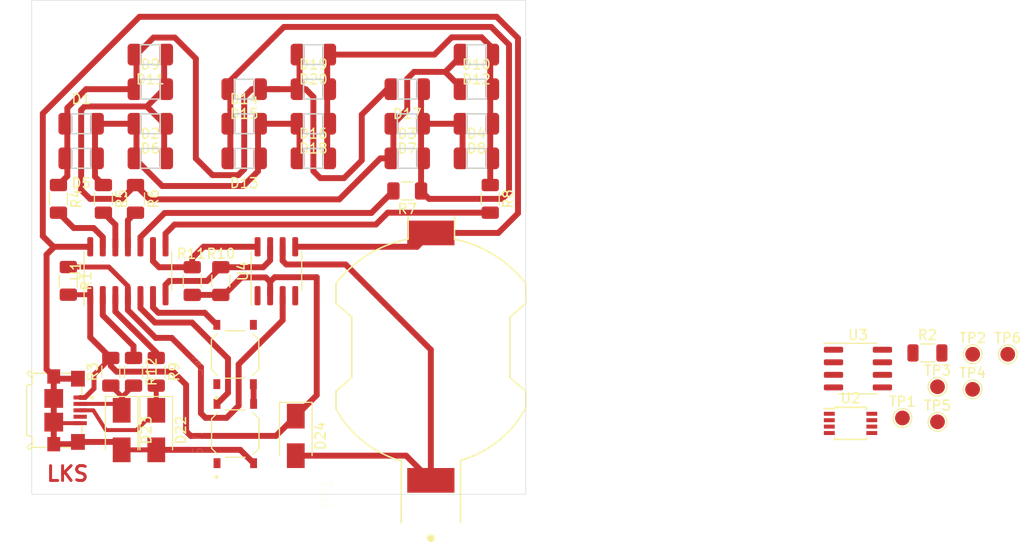
<source format=kicad_pcb>
(kicad_pcb (version 20211014) (generator pcbnew)
  (layers (0 "F.Cu" signal) (31 "B.Cu" signal) (34 "B.Paste" user) (35 "F.Paste" user) (36 "B.SilkS" user "B.Silkscreen") (37 "F.SilkS" user "F.Silkscreen") (38 "B.Mask" user) (39 "F.Mask" user) (44 "Edge.Cuts" user))
  (net 0 "")
  (net 1 "Net-(D1-Pad2)")
  (net 2 "Net-(D1-Pad1)")
  (net 3 "Net-(D10-Pad2)")
  (net 4 "Net-(D13-Pad1)")
  (net 5 "Net-(D10-Pad1)")
  (net 6 "GND")
  (net 7 "VCC")
  (net 8 "/SCK")
  (net 9 "/MOSI")
  (net 10 "/MISO")
  (net 11 "/Reset")
  (net 12 "/P1")
  (net 13 "/P2")
  (net 14 "/P3")
  (net 15 "/P4")
  (net 16 "/VBAT")
  (net 17 "/D-")
  (net 18 "/D+")
  (net 19 "Net-(U4-Pad4)")
  (net 20 "Net-(U4-Pad1)")
  (net 21 "Net-(D22-Pad1)")
  (net 22 "Net-(D23-Pad1)")
  (net 23 "Net-(J1-Pad4)")
  (net 24 "Net-(SW1-Pad1)")
  (net 25 "Net-(SW2-Pad1)")
  (net 26 "Net-(C1-Pad2)")
  (net 27 "/FD")
  (net 28 "Net-(L1-Pad1)")
  (net 29 "Net-(L1-Pad2)")
  (net 30 "Net-(U3-Pad1)")
  (net 31 "Net-(U3-Pad2)")
  (net 32 "Net-(U3-Pad3)")
  (net 33 "Net-(U3-Pad4)")
  (net 34 "Net-(U3-Pad5)")
  (net 35 "Net-(U3-Pad6)")
  (net 36 "Net-(U3-Pad7)")
  (net 37 "Net-(U3-Pad8)")
  (footprint "Resistor_SMD:R_1206_3216Metric" (layer "F.Cu") (at 37.2 47.1 -90)
    (fp_text reference "R4" (at 0 -1.82 90) (layer "F.SilkS"))
    (fp_text value "330")
    (pad "1" smd roundrect locked (at -1.4 0 270) (size 1.25 1.75) (layers "F.Cu" "F.Paste" "F.Mask") (roundrect_rratio 0.2) (net 1 "Net-(D1-Pad2)"))
    (pad "2" smd roundrect locked (at 1.4 0 270) (size 1.25 1.75) (layers "F.Cu" "F.Paste" "F.Mask") (roundrect_rratio 0.2) (net 12 "/P1"))
  )
  (footprint "Resistor_SMD:R_1206_3216Metric" (layer "F.Cu") (at 41.75 47.1 -90)
    (fp_text reference "R5" (at 0 -1.82 90) (layer "F.SilkS"))
    (fp_text value "330")
    (pad "1" smd roundrect locked (at -1.4 0 270) (size 1.25 1.75) (layers "F.Cu" "F.Paste" "F.Mask") (roundrect_rratio 0.2) (net 2 "Net-(D1-Pad1)"))
    (pad "2" smd roundrect locked (at 1.4 0 270) (size 1.25 1.75) (layers "F.Cu" "F.Paste" "F.Mask") (roundrect_rratio 0.2) (net 13 "/P2"))
  )
  (footprint "Resistor_SMD:R_1206_3216Metric" (layer "F.Cu") (at 45 47.1 -90)
    (fp_text reference "R6" (at 0 -1.82 90) (layer "F.SilkS"))
    (fp_text value "330")
    (pad "1" smd roundrect locked (at -1.4 0 270) (size 1.25 1.75) (layers "F.Cu" "F.Paste" "F.Mask") (roundrect_rratio 0.2) (net 3 "Net-(D10-Pad2)"))
    (pad "2" smd roundrect locked (at 1.4 0 270) (size 1.25 1.75) (layers "F.Cu" "F.Paste" "F.Mask") (roundrect_rratio 0.2) (net 14 "/P3"))
  )
  (footprint "Resistor_SMD:R_1206_3216Metric" (layer "F.Cu") (at 72.5 46.3 180)
    (fp_text reference "R7" (at 0 -1.82) (layer "F.SilkS"))
    (fp_text value "330")
    (pad "1" smd roundrect locked (at -1.4 0 180) (size 1.25 1.75) (layers "F.Cu" "F.Paste" "F.Mask") (roundrect_rratio 0.2) (net 4 "Net-(D13-Pad1)"))
    (pad "2" smd roundrect locked (at 1.4 0 180) (size 1.25 1.75) (layers "F.Cu" "F.Paste" "F.Mask") (roundrect_rratio 0.2) (net 15 "/P4"))
  )
  (footprint "Resistor_SMD:R_1206_3216Metric" (layer "F.Cu") (at 80.9 47.1 -90)
    (fp_text reference "R8" (at 0 -1.82 90) (layer "F.SilkS"))
    (fp_text value "330")
    (pad "1" smd roundrect locked (at -1.4 0 270) (size 1.25 1.75) (layers "F.Cu" "F.Paste" "F.Mask") (roundrect_rratio 0.2) (net 5 "Net-(D10-Pad1)"))
    (pad "2" smd roundrect locked (at 1.4 0 270) (size 1.25 1.75) (layers "F.Cu" "F.Paste" "F.Mask") (roundrect_rratio 0.2) (net 10 "/MISO"))
  )
  (footprint "Resistor_SMD:R_1206_3216Metric" (layer "F.Cu") (at 38.2 55.4 -90)
    (fp_text reference "R1" (at 0 -1.82 90) (layer "F.SilkS"))
    (fp_text value "100k")
    (pad "1" smd roundrect locked (at -1.4 0 270) (size 1.25 1.75) (layers "F.Cu" "F.Paste" "F.Mask") (roundrect_rratio 0.2) (net 11 "/Reset"))
    (pad "2" smd roundrect locked (at 1.4 0 270) (size 1.25 1.75) (layers "F.Cu" "F.Paste" "F.Mask") (roundrect_rratio 0.2) (net 7 "VCC"))
  )
  (footprint "Package_SO:SOIC-14_3.9x8.7mm_P1.27mm" (layer "F.Cu") (at 44.23 54.425 90)
    (fp_text reference "U1" (at 0 -5.28 90) (layer "F.SilkS"))
    (fp_text value "ATtiny84-20SSU")
    (pad "1" smd roundrect locked (at -2.475 -3.81 90) (size 1.95 0.6) (layers "F.Cu" "F.Paste" "F.Mask") (net 7 "VCC"))
    (pad "2" smd roundrect locked (at -2.475 -2.54 90) (size 1.95 0.6) (layers "F.Cu" "F.Paste" "F.Mask") (net 17 "/D-"))
    (pad "3" smd roundrect locked (at -2.475 -1.27 90) (size 1.95 0.6) (layers "F.Cu" "F.Paste" "F.Mask") (net 18 "/D+"))
    (pad "4" smd roundrect locked (at -2.475 0 90) (size 1.95 0.6) (layers "F.Cu" "F.Paste" "F.Mask") (net 11 "/Reset"))
    (pad "5" smd roundrect locked (at -2.475 1.27 90) (size 1.95 0.6) (layers "F.Cu" "F.Paste" "F.Mask") (net 25 "Net-(SW2-Pad1)"))
    (pad "6" smd roundrect locked (at -2.475 2.54 90) (size 1.95 0.6) (layers "F.Cu" "F.Paste" "F.Mask") (net 24 "Net-(SW1-Pad1)"))
    (pad "7" smd roundrect locked (at -2.475 3.81 90) (size 1.95 0.6) (layers "F.Cu" "F.Paste" "F.Mask") (net 9 "/MOSI"))
    (pad "8" smd roundrect locked (at 2.475 3.81 90) (size 1.95 0.6) (layers "F.Cu" "F.Paste" "F.Mask") (net 10 "/MISO"))
    (pad "9" smd roundrect locked (at 2.475 2.54 90) (size 1.95 0.6) (layers "F.Cu" "F.Paste" "F.Mask") (net 8 "/SCK"))
    (pad "10" smd roundrect locked (at 2.475 1.27 90) (size 1.95 0.6) (layers "F.Cu" "F.Paste" "F.Mask") (net 15 "/P4"))
    (pad "11" smd roundrect locked (at 2.475 0 90) (size 1.95 0.6) (layers "F.Cu" "F.Paste" "F.Mask") (net 14 "/P3"))
    (pad "12" smd roundrect locked (at 2.475 -1.27 90) (size 1.95 0.6) (layers "F.Cu" "F.Paste" "F.Mask") (net 13 "/P2"))
    (pad "13" smd roundrect locked (at 2.475 -2.54 90) (size 1.95 0.6) (layers "F.Cu" "F.Paste" "F.Mask") (net 12 "/P1"))
    (pad "14" smd roundrect locked (at 2.475 -3.81 90) (size 1.95 0.6) (layers "F.Cu" "F.Paste" "F.Mask") (net 6 "GND"))
  )
  (footprint "Resistor_SMD:R_1206_3216Metric" (layer "F.Cu") (at 53.63 55.42 90)
    (fp_text reference "R10" (at 2.766 0.022 180) (layer "F.SilkS"))
    (fp_text value "4,7k")
    (pad "1" smd roundrect locked (at -1.4 0 90) (size 1.25 1.75) (layers "F.Cu" "F.Paste" "F.Mask") (roundrect_rratio 0.2) (net 7 "VCC"))
    (pad "2" smd roundrect locked (at 1.4 0 90) (size 1.25 1.75) (layers "F.Cu" "F.Paste" "F.Mask") (roundrect_rratio 0.2) (net 9 "/MOSI"))
  )
  (footprint "Resistor_SMD:R_1206_3216Metric" (layer "F.Cu") (at 50.74 55.42 90)
    (fp_text reference "R11" (at 2.766 -0.098 180) (layer "F.SilkS"))
    (fp_text value "4,7k")
    (pad "1" smd roundrect locked (at -1.4 0 90) (size 1.25 1.75) (layers "F.Cu" "F.Paste" "F.Mask") (roundrect_rratio 0.2) (net 7 "VCC"))
    (pad "2" smd roundrect locked (at 1.4 0 90) (size 1.25 1.75) (layers "F.Cu" "F.Paste" "F.Mask") (roundrect_rratio 0.2) (net 8 "/SCK"))
  )
  (footprint "Package_SO:SOIC-8_3.9x4.9mm_P1.27mm" (layer "F.Cu") (at 59.259 54.425 90)
    (fp_text reference "U4" (at 0 -3.4 90) (layer "F.SilkS"))
    (fp_text value "DS3231MZ")
    (pad "1" smd roundrect locked (at -2.475 -1.905 90) (size 1.95 0.6) (layers "F.Cu" "F.Paste" "F.Mask") (net 20 "Net-(U4-Pad1)"))
    (pad "2" smd roundrect locked (at -2.475 -0.635 90) (size 1.95 0.6) (layers "F.Cu" "F.Paste" "F.Mask") (net 7 "VCC"))
    (pad "3" smd roundrect locked (at -2.475 0.635 90) (size 1.95 0.6) (layers "F.Cu" "F.Paste" "F.Mask") (net 11 "/Reset"))
    (pad "4" smd roundrect locked (at -2.475 1.905 90) (size 1.95 0.6) (layers "F.Cu" "F.Paste" "F.Mask") (net 19 "Net-(U4-Pad4)"))
    (pad "5" smd roundrect locked (at 2.475 1.905 90) (size 1.95 0.6) (layers "F.Cu" "F.Paste" "F.Mask") (net 6 "GND"))
    (pad "6" smd roundrect locked (at 2.475 0.635 90) (size 1.95 0.6) (layers "F.Cu" "F.Paste" "F.Mask") (net 16 "/VBAT"))
    (pad "7" smd roundrect locked (at 2.475 -0.635 90) (size 1.95 0.6) (layers "F.Cu" "F.Paste" "F.Mask") (net 9 "/MOSI"))
    (pad "8" smd roundrect locked (at 2.475 -1.905 90) (size 1.95 0.6) (layers "F.Cu" "F.Paste" "F.Mask") (net 8 "/SCK"))
  )
  (footprint "Diode_SMD:D_SMA" (layer "F.Cu") (at 47.1 70.5 -90)
    (fp_text reference "D22" (at 0 -2.5 90) (layer "F.SilkS"))
    (fp_text value "3.6v_Zener")
    (pad "1" smd rect locked (at -2 0 270) (size 2.5 1.8) (layers "F.Cu" "F.Paste" "F.Mask") (net 21 "Net-(D22-Pad1)"))
    (pad "2" smd rect locked (at 2 0 270) (size 2.5 1.8) (layers "F.Cu" "F.Paste" "F.Mask") (net 6 "GND"))
  )
  (footprint "Diode_SMD:D_SMA" (layer "F.Cu") (at 43.6 70.5 -90)
    (fp_text reference "D23" (at 0 -2.5 90) (layer "F.SilkS"))
    (fp_text value "3.6v_Zener")
    (pad "1" smd rect locked (at -2 0 270) (size 2.5 1.8) (layers "F.Cu" "F.Paste" "F.Mask") (net 22 "Net-(D23-Pad1)"))
    (pad "2" smd rect locked (at 2 0 270) (size 2.5 1.8) (layers "F.Cu" "F.Paste" "F.Mask") (net 6 "GND"))
  )
  (footprint "Resistor_SMD:R_1206_3216Metric" (layer "F.Cu") (at 42.5 64.6 90)
    (fp_text reference "R3" (at 0 -1.82 90) (layer "F.SilkS"))
    (fp_text value "1k5")
    (pad "1" smd roundrect locked (at -1.4 0 90) (size 1.25 1.75) (layers "F.Cu" "F.Paste" "F.Mask") (roundrect_rratio 0.2) (net 22 "Net-(D23-Pad1)"))
    (pad "2" smd roundrect locked (at 1.4 0 90) (size 1.25 1.75) (layers "F.Cu" "F.Paste" "F.Mask") (roundrect_rratio 0.2) (net 7 "VCC"))
  )
  (footprint "Resistor_SMD:R_1206_3216Metric" (layer "F.Cu") (at 47.1 64.6 -90)
    (fp_text reference "R9" (at 0 -1.82 90) (layer "F.SilkS"))
    (fp_text value "68")
    (pad "1" smd roundrect locked (at -1.4 0 270) (size 1.25 1.75) (layers "F.Cu" "F.Paste" "F.Mask") (roundrect_rratio 0.2) (net 18 "/D+"))
    (pad "2" smd roundrect locked (at 1.4 0 270) (size 1.25 1.75) (layers "F.Cu" "F.Paste" "F.Mask") (roundrect_rratio 0.2) (net 21 "Net-(D22-Pad1)"))
  )
  (footprint "Resistor_SMD:R_1206_3216Metric" (layer "F.Cu") (at 44.8 64.6 -90)
    (fp_text reference "R12" (at 0 -1.82 90) (layer "F.SilkS"))
    (fp_text value "68")
    (pad "1" smd roundrect locked (at -1.4 0 270) (size 1.25 1.75) (layers "F.Cu" "F.Paste" "F.Mask") (roundrect_rratio 0.2) (net 17 "/D-"))
    (pad "2" smd roundrect locked (at 1.4 0 270) (size 1.25 1.75) (layers "F.Cu" "F.Paste" "F.Mask") (roundrect_rratio 0.2) (net 22 "Net-(D23-Pad1)"))
  )
  (footprint "Librerias:SW_PTS526_SM08_SMTR2_LFS" (layer "F.Cu") (at 55.08 62.85 90)
    (fp_text reference "SW1" (at -0.762 -3.81 90) (layer "F.SilkS") (effects (font (thickness 0.015))))
    (fp_text value "SET")
    (pad "1" smd rect locked (at 3 -1.85 90) (size 1 0.7) (layers "F.Cu" "F.Paste" "F.Mask") (net 24 "Net-(SW1-Pad1)"))
    (pad "1" smd rect locked (at -3 -1.85 90) (size 1 0.7) (layers "F.Cu" "F.Paste" "F.Mask") (net 24 "Net-(SW1-Pad1)"))
    (pad "2" smd rect locked (at -3 1.85 90) (size 1 0.7) (layers "F.Cu" "F.Paste" "F.Mask") (net 6 "GND"))
    (pad "2" smd rect locked (at 3 1.85 90) (size 1 0.7) (layers "F.Cu" "F.Paste" "F.Mask") (net 6 "GND"))
  )
  (footprint "Librerias:SW_PTS526_SM08_SMTR2_LFS" (layer "F.Cu") (at 55.1 70.85 90)
    (fp_text reference "SW2" (at -0.762 -3.81 90) (layer "F.SilkS") (effects (font (thickness 0.015))))
    (fp_text value "SW_Push")
    (pad "1" smd rect locked (at 3 -1.85 90) (size 1 0.7) (layers "F.Cu" "F.Paste" "F.Mask") (net 25 "Net-(SW2-Pad1)"))
    (pad "1" smd rect locked (at -3 -1.85 90) (size 1 0.7) (layers "F.Cu" "F.Paste" "F.Mask") (net 25 "Net-(SW2-Pad1)"))
    (pad "2" smd rect locked (at 3 1.85 90) (size 1 0.7) (layers "F.Cu" "F.Paste" "F.Mask") (net 6 "GND"))
    (pad "2" smd rect locked (at -3 1.85 90) (size 1 0.7) (layers "F.Cu" "F.Paste" "F.Mask") (net 6 "GND"))
  )
  (footprint "Librerias:TE_1981568-1" (layer "F.Cu") (at 36.725 68.5 -90)
    (fp_text reference "J1" (at -1.25587 -4.83341 90) (layer "F.SilkS") (effects (font (size 1.000709 1.000709) (thickness 0.015))))
    (fp_text value "USB_B_Micro")
    (pad "1" smd rect locked (at -1.3 -2.675 270) (size 0.4 1.35) (layers "F.Cu" "F.Paste" "F.Mask") (net 7 "VCC"))
    (pad "2" smd rect locked (at -0.65 -2.675 270) (size 0.4 1.35) (layers "F.Cu" "F.Paste" "F.Mask") (net 22 "Net-(D23-Pad1)"))
    (pad "3" smd rect locked (at 0 -2.675 270) (size 0.4 1.35) (layers "F.Cu" "F.Paste" "F.Mask") (net 21 "Net-(D22-Pad1)"))
    (pad "4" smd rect locked (at 0.65 -2.675 270) (size 0.4 1.35) (layers "F.Cu" "F.Paste" "F.Mask") (net 23 "Net-(J1-Pad4)"))
    (pad "5" smd rect locked (at 1.3 -2.675 270) (size 0.4 1.35) (layers "F.Cu" "F.Paste" "F.Mask") (net 6 "GND"))
    (pad "6" smd rect locked (at -3.2 -2.45 270) (size 1.6 1.4) (layers "F.Cu" "F.Paste" "F.Mask") (net 6 "GND"))
    (pad "7" smd rect locked (at 3.2 -2.45 270) (size 1.6 1.4) (layers "F.Cu" "F.Paste" "F.Mask"))
    (pad "8" smd rect locked (at 3.425 0 270) (size 1.45 1.3) (layers "F.Cu" "F.Paste" "F.Mask"))
    (pad "9" smd rect locked (at -3.425 0 270) (size 1.45 1.3) (layers "F.Cu" "F.Paste" "F.Mask"))
    (pad "10" smd rect locked (at -1.2 0 270) (size 1.9 1.9) (layers "F.Cu" "F.Paste" "F.Mask"))
    (pad "11" smd rect locked (at 1.2 0 270) (size 1.9 1.9) (layers "F.Cu" "F.Paste" "F.Mask"))
  )
  (footprint "Librerias:TE_796136-1" (layer "F.Cu") (at 74.89 63.07 90)
    (fp_text reference "BT1" (at -13.819 -10.6112 90) (layer "F.SilkS") (effects (font (size 1.12 1.12) (thickness 0.015))))
    (fp_text value "Battery_Cell")
    (pad "1" smd rect locked (at -12.52 0 90) (size 2.5 4.78) (layers "F.Cu" "F.Paste" "F.Mask") (net 16 "/VBAT"))
    (pad "2" smd rect locked (at 12.52 0 90) (size 2.5 4.78) (layers "F.Cu" "F.Paste" "F.Mask") (net 6 "GND"))
  )
  (footprint "Diode_SMD:D_SMA" (layer "F.Cu") (at 61.22 71.09 -90)
    (fp_text reference "D24" (at 0 -2.5 90) (layer "F.SilkS"))
    (fp_text value "SD103AWS")
    (pad "1" smd rect locked (at -2 0 270) (size 2.5 1.8) (layers "F.Cu" "F.Paste" "F.Mask") (net 7 "VCC"))
    (pad "2" smd rect locked (at 2 0 270) (size 2.5 1.8) (layers "F.Cu" "F.Paste" "F.Mask") (net 16 "/VBAT"))
  )
  (footprint "Librerias:LED_1206_3216Metric-ThroughPCB" (layer "F.Cu") (at 39.5 39.5 180)
    (fp_text reference "D1" (at 0 2.5) (layer "F.SilkS"))
    (fp_text value "LED")
    (fp_line (start 1 -1) (end 1 1) (layer "Edge.Cuts") (width 0.15))
    (fp_line (start 1 1) (end -1 1) (layer "Edge.Cuts") (width 0.15))
    (fp_line (start -1 -1) (end 1 -1) (layer "Edge.Cuts") (width 0.15))
    (fp_line (start -1 1) (end -1 -1) (layer "Edge.Cuts") (width 0.15))
    (pad "1" smd roundrect locked (at -1.6 0 270) (size 2.2 1.4) (layers "F.Cu" "F.Paste" "F.Mask") (net 2 "Net-(D1-Pad1)"))
    (pad "2" smd roundrect locked (at 1.6 0 270) (size 2.2 1.4) (layers "F.Cu" "F.Paste" "F.Mask") (net 1 "Net-(D1-Pad2)"))
  )
  (footprint "Librerias:LED_1206_3216Metric-ThroughPCB" (layer "F.Cu") (at 46.5 43 180)
    (fp_text reference "D2" (at 0 2.5) (layer "F.SilkS"))
    (fp_text value "LED")
    (fp_line (start -1 1) (end -1 -1) (layer "Edge.Cuts") (width 0.15))
    (fp_line (start -1 -1) (end 1 -1) (layer "Edge.Cuts") (width 0.15))
    (fp_line (start 1 1) (end -1 1) (layer "Edge.Cuts") (width 0.15))
    (fp_line (start 1 -1) (end 1 1) (layer "Edge.Cuts") (width 0.15))
    (pad "1" smd roundrect locked (at -1.6 0 270) (size 2.2 1.4) (layers "F.Cu" "F.Paste" "F.Mask") (net 3 "Net-(D10-Pad2)"))
    (pad "2" smd roundrect locked (at 1.6 0 270) (size 2.2 1.4) (layers "F.Cu" "F.Paste" "F.Mask") (net 2 "Net-(D1-Pad1)"))
  )
  (footprint "Librerias:LED_1206_3216Metric-ThroughPCB" (layer "F.Cu") (at 72.5 43 180)
    (fp_text reference "D3" (at 0 2.5) (layer "F.SilkS"))
    (fp_text value "LED")
    (fp_line (start 1 1) (end -1 1) (layer "Edge.Cuts") (width 0.15))
    (fp_line (start -1 -1) (end 1 -1) (layer "Edge.Cuts") (width 0.15))
    (fp_line (start 1 -1) (end 1 1) (layer "Edge.Cuts") (width 0.15))
    (fp_line (start -1 1) (end -1 -1) (layer "Edge.Cuts") (width 0.15))
    (pad "1" smd roundrect locked (at -1.6 0 270) (size 2.2 1.4) (layers "F.Cu" "F.Paste" "F.Mask") (net 4 "Net-(D13-Pad1)"))
    (pad "2" smd roundrect locked (at 1.6 0 270) (size 2.2 1.4) (layers "F.Cu" "F.Paste" "F.Mask") (net 3 "Net-(D10-Pad2)"))
  )
  (footprint "Librerias:LED_1206_3216Metric-ThroughPCB" (layer "F.Cu") (at 79.5 43 180)
    (fp_text reference "D4" (at 0 2.5) (layer "F.SilkS"))
    (fp_text value "LED")
    (fp_line (start 1 -1) (end 1 1) (layer "Edge.Cuts") (width 0.15))
    (fp_line (start 1 1) (end -1 1) (layer "Edge.Cuts") (width 0.15))
    (fp_line (start -1 -1) (end 1 -1) (layer "Edge.Cuts") (width 0.15))
    (fp_line (start -1 1) (end -1 -1) (layer "Edge.Cuts") (width 0.15))
    (pad "1" smd roundrect locked (at -1.6 0 270) (size 2.2 1.4) (layers "F.Cu" "F.Paste" "F.Mask") (net 5 "Net-(D10-Pad1)"))
    (pad "2" smd roundrect locked (at 1.6 0 270) (size 2.2 1.4) (layers "F.Cu" "F.Paste" "F.Mask") (net 4 "Net-(D13-Pad1)"))
  )
  (footprint "Librerias:LED_1206_3216Metric-ThroughPCB" (layer "F.Cu") (at 39.5 43)
    (fp_text reference "D5" (at 0 2.5) (layer "F.SilkS"))
    (fp_text value "LED")
    (fp_line (start -1 1) (end -1 -1) (layer "Edge.Cuts") (width 0.15))
    (fp_line (start 1 1) (end -1 1) (layer "Edge.Cuts") (width 0.15))
    (fp_line (start 1 -1) (end 1 1) (layer "Edge.Cuts") (width 0.15))
    (fp_line (start -1 -1) (end 1 -1) (layer "Edge.Cuts") (width 0.15))
    (pad "1" smd roundrect locked (at -1.6 0 90) (size 2.2 1.4) (layers "F.Cu" "F.Paste" "F.Mask") (net 1 "Net-(D1-Pad2)"))
    (pad "2" smd roundrect locked (at 1.6 0 90) (size 2.2 1.4) (layers "F.Cu" "F.Paste" "F.Mask") (net 2 "Net-(D1-Pad1)"))
  )
  (footprint "Librerias:LED_1206_3216Metric-ThroughPCB" (layer "F.Cu") (at 46.5 39.5)
    (fp_text reference "D6" (at 0 2.5) (layer "F.SilkS"))
    (fp_text value "LED")
    (fp_line (start -1 1) (end -1 -1) (layer "Edge.Cuts") (width 0.15))
    (fp_line (start -1 -1) (end 1 -1) (layer "Edge.Cuts") (width 0.15))
    (fp_line (start 1 1) (end -1 1) (layer "Edge.Cuts") (width 0.15))
    (fp_line (start 1 -1) (end 1 1) (layer "Edge.Cuts") (width 0.15))
    (pad "1" smd roundrect locked (at -1.6 0 90) (size 2.2 1.4) (layers "F.Cu" "F.Paste" "F.Mask") (net 2 "Net-(D1-Pad1)"))
    (pad "2" smd roundrect locked (at 1.6 0 90) (size 2.2 1.4) (layers "F.Cu" "F.Paste" "F.Mask") (net 3 "Net-(D10-Pad2)"))
  )
  (footprint "Librerias:LED_1206_3216Metric-ThroughPCB" (layer "F.Cu") (at 72.5 39.5)
    (fp_text reference "D7" (at 0 2.5) (layer "F.SilkS"))
    (fp_text value "LED")
    (fp_line (start -1 -1) (end 1 -1) (layer "Edge.Cuts") (width 0.15))
    (fp_line (start 1 -1) (end 1 1) (layer "Edge.Cuts") (width 0.15))
    (fp_line (start -1 1) (end -1 -1) (layer "Edge.Cuts") (width 0.15))
    (fp_line (start 1 1) (end -1 1) (layer "Edge.Cuts") (width 0.15))
    (pad "1" smd roundrect locked (at -1.6 0 90) (size 2.2 1.4) (layers "F.Cu" "F.Paste" "F.Mask") (net 3 "Net-(D10-Pad2)"))
    (pad "2" smd roundrect locked (at 1.6 0 90) (size 2.2 1.4) (layers "F.Cu" "F.Paste" "F.Mask") (net 4 "Net-(D13-Pad1)"))
  )
  (footprint "Librerias:LED_1206_3216Metric-ThroughPCB" (layer "F.Cu") (at 79.5 39.5)
    (fp_text reference "D8" (at 0 2.5) (layer "F.SilkS"))
    (fp_text value "LED")
    (fp_line (start -1 1) (end -1 -1) (layer "Edge.Cuts") (width 0.15))
    (fp_line (start 1 1) (end -1 1) (layer "Edge.Cuts") (width 0.15))
    (fp_line (start 1 -1) (end 1 1) (layer "Edge.Cuts") (width 0.15))
    (fp_line (start -1 -1) (end 1 -1) (layer "Edge.Cuts") (width 0.15))
    (pad "1" smd roundrect locked (at -1.6 0 90) (size 2.2 1.4) (layers "F.Cu" "F.Paste" "F.Mask") (net 4 "Net-(D13-Pad1)"))
    (pad "2" smd roundrect locked (at 1.6 0 90) (size 2.2 1.4) (layers "F.Cu" "F.Paste" "F.Mask") (net 5 "Net-(D10-Pad1)"))
  )
  (footprint "Librerias:LED_1206_3216Metric-ThroughPCB" (layer "F.Cu") (at 46.5 36 180)
    (fp_text reference "D9" (at 0 2.5) (layer "F.SilkS"))
    (fp_text value "LED")
    (fp_line (start -1 1) (end -1 -1) (layer "Edge.Cuts") (width 0.15))
    (fp_line (start 1 1) (end -1 1) (layer "Edge.Cuts") (width 0.15))
    (fp_line (start 1 -1) (end 1 1) (layer "Edge.Cuts") (width 0.15))
    (fp_line (start -1 -1) (end 1 -1) (layer "Edge.Cuts") (width 0.15))
    (pad "1" smd roundrect locked (at -1.6 0 270) (size 2.2 1.4) (layers "F.Cu" "F.Paste" "F.Mask") (net 3 "Net-(D10-Pad2)"))
    (pad "2" smd roundrect locked (at 1.6 0 270) (size 2.2 1.4) (layers "F.Cu" "F.Paste" "F.Mask") (net 1 "Net-(D1-Pad2)"))
  )
  (footprint "Librerias:LED_1206_3216Metric-ThroughPCB" (layer "F.Cu") (at 79.5 36 180)
    (fp_text reference "D10" (at 0 2.5) (layer "F.SilkS"))
    (fp_text value "LED")
    (fp_line (start 1 1) (end -1 1) (layer "Edge.Cuts") (width 0.15))
    (fp_line (start -1 -1) (end 1 -1) (layer "Edge.Cuts") (width 0.15))
    (fp_line (start 1 -1) (end 1 1) (layer "Edge.Cuts") (width 0.15))
    (fp_line (start -1 1) (end -1 -1) (layer "Edge.Cuts") (width 0.15))
    (pad "1" smd roundrect locked (at -1.6 0 270) (size 2.2 1.4) (layers "F.Cu" "F.Paste" "F.Mask") (net 5 "Net-(D10-Pad1)"))
    (pad "2" smd roundrect locked (at 1.6 0 270) (size 2.2 1.4) (layers "F.Cu" "F.Paste" "F.Mask") (net 3 "Net-(D10-Pad2)"))
  )
  (footprint "Librerias:LED_1206_3216Metric-ThroughPCB" (layer "F.Cu") (at 46.5 32.5)
    (fp_text reference "D11" (at 0 2.5) (layer "F.SilkS"))
    (fp_text value "LED")
    (fp_line (start 1 -1) (end 1 1) (layer "Edge.Cuts") (width 0.15))
    (fp_line (start -1 1) (end -1 -1) (layer "Edge.Cuts") (width 0.15))
    (fp_line (start -1 -1) (end 1 -1) (layer "Edge.Cuts") (width 0.15))
    (fp_line (start 1 1) (end -1 1) (layer "Edge.Cuts") (width 0.15))
    (pad "1" smd roundrect locked (at -1.6 0 90) (size 2.2 1.4) (layers "F.Cu" "F.Paste" "F.Mask") (net 1 "Net-(D1-Pad2)"))
    (pad "2" smd roundrect locked (at 1.6 0 90) (size 2.2 1.4) (layers "F.Cu" "F.Paste" "F.Mask") (net 3 "Net-(D10-Pad2)"))
  )
  (footprint "Librerias:LED_1206_3216Metric-ThroughPCB" (layer "F.Cu") (at 79.5 32.5)
    (fp_text reference "D12" (at 0 2.5) (layer "F.SilkS"))
    (fp_text value "LED")
    (fp_line (start 1 1) (end -1 1) (layer "Edge.Cuts") (width 0.15))
    (fp_line (start -1 -1) (end 1 -1) (layer "Edge.Cuts") (width 0.15))
    (fp_line (start -1 1) (end -1 -1) (layer "Edge.Cuts") (width 0.15))
    (fp_line (start 1 -1) (end 1 1) (layer "Edge.Cuts") (width 0.15))
    (pad "1" smd roundrect locked (at -1.6 0 90) (size 2.2 1.4) (layers "F.Cu" "F.Paste" "F.Mask") (net 3 "Net-(D10-Pad2)"))
    (pad "2" smd roundrect locked (at 1.6 0 90) (size 2.2 1.4) (layers "F.Cu" "F.Paste" "F.Mask") (net 5 "Net-(D10-Pad1)"))
  )
  (footprint "Librerias:LED_1206_3216Metric-ThroughPCB" (layer "F.Cu") (at 56 43)
    (fp_text reference "D13" (at 0 2.5) (layer "F.SilkS"))
    (fp_text value "LED")
    (fp_line (start 1 1) (end -1 1) (layer "Edge.Cuts") (width 0.15))
    (fp_line (start -1 1) (end -1 -1) (layer "Edge.Cuts") (width 0.15))
    (fp_line (start 1 -1) (end 1 1) (layer "Edge.Cuts") (width 0.15))
    (fp_line (start -1 -1) (end 1 -1) (layer "Edge.Cuts") (width 0.15))
    (pad "1" smd roundrect locked (at -1.6 0 90) (size 2.2 1.4) (layers "F.Cu" "F.Paste" "F.Mask") (net 4 "Net-(D13-Pad1)"))
    (pad "2" smd roundrect locked (at 1.6 0 90) (size 2.2 1.4) (layers "F.Cu" "F.Paste" "F.Mask") (net 2 "Net-(D1-Pad1)"))
  )
  (footprint "Librerias:LED_1206_3216Metric-ThroughPCB" (layer "F.Cu") (at 56 39.5 180)
    (fp_text reference "D14" (at 0 2.5) (layer "F.SilkS"))
    (fp_text value "LED")
    (fp_line (start 1 1) (end -1 1) (layer "Edge.Cuts") (width 0.15))
    (fp_line (start -1 1) (end -1 -1) (layer "Edge.Cuts") (width 0.15))
    (fp_line (start -1 -1) (end 1 -1) (layer "Edge.Cuts") (width 0.15))
    (fp_line (start 1 -1) (end 1 1) (layer "Edge.Cuts") (width 0.15))
    (pad "1" smd roundrect locked (at -1.6 0 270) (size 2.2 1.4) (layers "F.Cu" "F.Paste" "F.Mask") (net 2 "Net-(D1-Pad1)"))
    (pad "2" smd roundrect locked (at 1.6 0 270) (size 2.2 1.4) (layers "F.Cu" "F.Paste" "F.Mask") (net 4 "Net-(D13-Pad1)"))
  )
  (footprint "Librerias:LED_1206_3216Metric-ThroughPCB" (layer "F.Cu") (at 56 36)
    (fp_text reference "D15" (at 0 2.5) (layer "F.SilkS"))
    (fp_text value "LED")
    (fp_line (start 1 1) (end -1 1) (layer "Edge.Cuts") (width 0.15))
    (fp_line (start 1 -1) (end 1 1) (layer "Edge.Cuts") (width 0.15))
    (fp_line (start -1 -1) (end 1 -1) (layer "Edge.Cuts") (width 0.15))
    (fp_line (start -1 1) (end -1 -1) (layer "Edge.Cuts") (width 0.15))
    (pad "1" smd roundrect locked (at -1.6 0 90) (size 2.2 1.4) (layers "F.Cu" "F.Paste" "F.Mask") (net 4 "Net-(D13-Pad1)"))
    (pad "2" smd roundrect locked (at 1.6 0 90) (size 2.2 1.4) (layers "F.Cu" "F.Paste" "F.Mask") (net 1 "Net-(D1-Pad2)"))
  )
  (footprint "Librerias:LED_1206_3216Metric-ThroughPCB" (layer "F.Cu") (at 63 43 180)
    (fp_text reference "D16" (at 0 2.5) (layer "F.SilkS"))
    (fp_text value "LED")
    (fp_line (start -1 1) (end -1 -1) (layer "Edge.Cuts") (width 0.15))
    (fp_line (start 1 -1) (end 1 1) (layer "Edge.Cuts") (width 0.15))
    (fp_line (start 1 1) (end -1 1) (layer "Edge.Cuts") (width 0.15))
    (fp_line (start -1 -1) (end 1 -1) (layer "Edge.Cuts") (width 0.15))
    (pad "1" smd roundrect locked (at -1.6 0 270) (size 2.2 1.4) (layers "F.Cu" "F.Paste" "F.Mask") (net 5 "Net-(D10-Pad1)"))
    (pad "2" smd roundrect locked (at 1.6 0 270) (size 2.2 1.4) (layers "F.Cu" "F.Paste" "F.Mask") (net 2 "Net-(D1-Pad1)"))
  )
  (footprint "Librerias:LED_1206_3216Metric-ThroughPCB" (layer "F.Cu") (at 72.5 36)
    (fp_text reference "D17" (at 0 2.5) (layer "F.SilkS"))
    (fp_text value "LED")
    (fp_line (start -1 1) (end -1 -1) (layer "Edge.Cuts") (width 0.15))
    (fp_line (start 1 1) (end -1 1) (layer "Edge.Cuts") (width 0.15))
    (fp_line (start 1 -1) (end 1 1) (layer "Edge.Cuts") (width 0.15))
    (fp_line (start -1 -1) (end 1 -1) (layer "Edge.Cuts") (width 0.15))
    (pad "1" smd roundrect locked (at -1.6 0 90) (size 2.2 1.4) (layers "F.Cu" "F.Paste" "F.Mask") (net 1 "Net-(D1-Pad2)"))
    (pad "2" smd roundrect locked (at 1.6 0 90) (size 2.2 1.4) (layers "F.Cu" "F.Paste" "F.Mask") (net 4 "Net-(D13-Pad1)"))
  )
  (footprint "Librerias:LED_1206_3216Metric-ThroughPCB" (layer "F.Cu") (at 63 39.5)
    (fp_text reference "D18" (at 0 2.5) (layer "F.SilkS"))
    (fp_text value "LED")
    (fp_line (start -1 1) (end -1 -1) (layer "Edge.Cuts") (width 0.15))
    (fp_line (start 1 1) (end -1 1) (layer "Edge.Cuts") (width 0.15))
    (fp_line (start 1 -1) (end 1 1) (layer "Edge.Cuts") (width 0.15))
    (fp_line (start -1 -1) (end 1 -1) (layer "Edge.Cuts") (width 0.15))
    (pad "1" smd roundrect locked (at -1.6 0 90) (size 2.2 1.4) (layers "F.Cu" "F.Paste" "F.Mask") (net 2 "Net-(D1-Pad1)"))
    (pad "2" smd roundrect locked (at 1.6 0 90) (size 2.2 1.4) (layers "F.Cu" "F.Paste" "F.Mask") (net 5 "Net-(D10-Pad1)"))
  )
  (footprint "Librerias:LED_1206_3216Metric-ThroughPCB" (layer "F.Cu") (at 63 36 180)
    (fp_text reference "D19" (at 0 2.5) (layer "F.SilkS"))
    (fp_text value "LED")
    (fp_line (start 1 -1) (end 1 1) (layer "Edge.Cuts") (width 0.15))
    (fp_line (start -1 -1) (end 1 -1) (layer "Edge.Cuts") (width 0.15))
    (fp_line (start -1 1) (end -1 -1) (layer "Edge.Cuts") (width 0.15))
    (fp_line (start 1 1) (end -1 1) (layer "Edge.Cuts") (width 0.15))
    (pad "1" smd roundrect locked (at -1.6 0 270) (size 2.2 1.4) (layers "F.Cu" "F.Paste" "F.Mask") (net 5 "Net-(D10-Pad1)"))
    (pad "2" smd roundrect locked (at 1.6 0 270) (size 2.2 1.4) (layers "F.Cu" "F.Paste" "F.Mask") (net 1 "Net-(D1-Pad2)"))
  )
  (footprint "Librerias:LED_1206_3216Metric-ThroughPCB" (layer "F.Cu") (at 63 32.5)
    (fp_text reference "D20" (at 0 2.5) (layer "F.SilkS"))
    (fp_text value "LED")
    (fp_line (start 1 -1) (end 1 1) (layer "Edge.Cuts") (width 0.15))
    (fp_line (start -1 1) (end -1 -1) (layer "Edge.Cuts") (width 0.15))
    (fp_line (start 1 1) (end -1 1) (layer "Edge.Cuts") (width 0.15))
    (fp_line (start -1 -1) (end 1 -1) (layer "Edge.Cuts") (width 0.15))
    (pad "1" smd roundrect locked (at -1.6 0 90) (size 2.2 1.4) (layers "F.Cu" "F.Paste" "F.Mask") (net 1 "Net-(D1-Pad2)"))
    (pad "2" smd roundrect locked (at 1.6 0 90) (size 2.2 1.4) (layers "F.Cu" "F.Paste" "F.Mask") (net 5 "Net-(D10-Pad1)"))
  )
  (footprint "Resistor_SMD:R_1206_3216Metric" (layer "F.Cu") (at 125.145001 62.695001)
    (fp_text reference "R2" (at 0 -1.82) (layer "F.SilkS"))
    (fp_text value "R")
    (pad "1" smd roundrect locked (at -1.4625 0) (size 1.125 1.75) (layers "F.Cu" "F.Paste" "F.Mask") (roundrect_rratio 0.222222) (net 26 "Net-(C1-Pad2)"))
    (pad "2" smd roundrect locked (at 1.4625 0) (size 1.125 1.75) (layers "F.Cu" "F.Paste" "F.Mask") (roundrect_rratio 0.222222) (net 27 "/FD"))
  )
  (footprint "TestPoint:TestPoint_Pad_D1.5mm" (layer "F.Cu") (at 122.615001 69.275001)
    (fp_text reference "TP1" (at 0 -1.648) (layer "F.SilkS"))
    (fp_text value "MISO")
    (pad "1" smd circle locked (at 0 0) (size 1.5 1.5) (layers "F.Cu" "F.Mask") (net 10 "/MISO"))
  )
  (footprint "TestPoint:TestPoint_Pad_D1.5mm" (layer "F.Cu") (at 129.725001 62.825001)
    (fp_text reference "TP2" (at 0 -1.648) (layer "F.SilkS"))
    (fp_text value "SCK")
    (pad "1" smd circle locked (at 0 0) (size 1.5 1.5) (layers "F.Cu" "F.Mask") (net 8 "/SCK"))
  )
  (footprint "TestPoint:TestPoint_Pad_D1.5mm" (layer "F.Cu") (at 126.165001 66.115001)
    (fp_text reference "TP3" (at 0 -1.648) (layer "F.SilkS"))
    (fp_text value "MOSI")
    (pad "1" smd circle locked (at 0 0) (size 1.5 1.5) (layers "F.Cu" "F.Mask") (net 9 "/MOSI"))
  )
  (footprint "TestPoint:TestPoint_Pad_D1.5mm" (layer "F.Cu") (at 129.715001 66.375001)
    (fp_text reference "TP4" (at 0 -1.648) (layer "F.SilkS"))
    (fp_text value "RESET")
    (pad "1" smd circle locked (at 0 0) (size 1.5 1.5) (layers "F.Cu" "F.Mask") (net 11 "/Reset"))
  )
  (footprint "TestPoint:TestPoint_Pad_D1.5mm" (layer "F.Cu") (at 126.165001 69.665001)
    (fp_text reference "TP5" (at 0 -1.648) (layer "F.SilkS"))
    (fp_text value "VCC")
    (pad "1" smd circle locked (at 0 0) (size 1.5 1.5) (layers "F.Cu" "F.Mask") (net 7 "VCC"))
  )
  (footprint "TestPoint:TestPoint_Pad_D1.5mm" (layer "F.Cu") (at 133.275001 62.825001)
    (fp_text reference "TP6" (at 0 -1.648) (layer "F.SilkS"))
    (fp_text value "GND")
    (pad "1" smd circle locked (at 0 0) (size 1.5 1.5) (layers "F.Cu" "F.Mask") (net 6 "GND"))
  )
  (footprint "Package_SO:TSSOP-8_3x3mm_P0.65mm" (layer "F.Cu") (at 117.365001 69.825001)
    (fp_text reference "U2" (at 0 -2.55) (layer "F.SilkS"))
    (fp_text value "NT3H2x11")
    (pad "1" smd rect locked (at -2.15 -0.975) (size 1.1 0.4) (layers "F.Cu" "F.Paste" "F.Mask") (net 28 "Net-(L1-Pad1)"))
    (pad "2" smd rect locked (at -2.15 -0.325) (size 1.1 0.4) (layers "F.Cu" "F.Paste" "F.Mask") (net 6 "GND"))
    (pad "3" smd rect locked (at -2.15 0.325) (size 1.1 0.4) (layers "F.Cu" "F.Paste" "F.Mask") (net 8 "/SCK"))
    (pad "4" smd rect locked (at -2.15 0.975) (size 1.1 0.4) (layers "F.Cu" "F.Paste" "F.Mask") (net 27 "/FD"))
    (pad "5" smd rect locked (at 2.15 0.975) (size 1.1 0.4) (layers "F.Cu" "F.Paste" "F.Mask") (net 9 "/MOSI"))
    (pad "6" smd rect locked (at 2.15 0.325) (size 1.1 0.4) (layers "F.Cu" "F.Paste" "F.Mask") (net 26 "Net-(C1-Pad2)"))
    (pad "7" smd rect locked (at 2.15 -0.325) (size 1.1 0.4) (layers "F.Cu" "F.Paste" "F.Mask") (net 26 "Net-(C1-Pad2)"))
    (pad "8" smd rect locked (at 2.15 -0.975) (size 1.1 0.4) (layers "F.Cu" "F.Paste" "F.Mask") (net 29 "Net-(L1-Pad2)"))
  )
  (footprint "Package_SO:SOIC-8_3.9x4.9mm_P1.27mm" (layer "F.Cu") (at 118.115001 64.275001)
    (fp_text reference "U3" (at 0 -3.4) (layer "F.SilkS"))
    (fp_text value "PCF8563T")
    (pad "1" smd roundrect locked (at -2.475 -1.905) (size 1.95 0.6) (layers "F.Cu" "F.Paste" "F.Mask") (net 30 "Net-(U3-Pad1)"))
    (pad "2" smd roundrect locked (at -2.475 -0.635) (size 1.95 0.6) (layers "F.Cu" "F.Paste" "F.Mask") (net 31 "Net-(U3-Pad2)"))
    (pad "3" smd roundrect locked (at -2.475 0.635) (size 1.95 0.6) (layers "F.Cu" "F.Paste" "F.Mask") (net 32 "Net-(U3-Pad3)"))
    (pad "4" smd roundrect locked (at -2.475 1.905) (size 1.95 0.6) (layers "F.Cu" "F.Paste" "F.Mask") (net 33 "Net-(U3-Pad4)"))
    (pad "5" smd roundrect locked (at 2.475 1.905) (size 1.95 0.6) (layers "F.Cu" "F.Paste" "F.Mask") (net 34 "Net-(U3-Pad5)"))
    (pad "6" smd roundrect locked (at 2.475 0.635) (size 1.95 0.6) (layers "F.Cu" "F.Paste" "F.Mask") (net 35 "Net-(U3-Pad6)"))
    (pad "7" smd roundrect locked (at 2.475 -0.635) (size 1.95 0.6) (layers "F.Cu" "F.Paste" "F.Mask") (net 36 "Net-(U3-Pad7)"))
    (pad "8" smd roundrect locked (at 2.475 -1.905) (size 1.95 0.6) (layers "F.Cu" "F.Paste" "F.Mask") (net 37 "Net-(U3-Pad8)"))
  )
  (gr_line (start 84.5 27) (end 84.5 77) (layer "Edge.Cuts") (width 0.05))
  (gr_line (start 34.5 27) (end 84.5 27) (layer "Edge.Cuts") (width 0.05))
  (gr_line (start 84.5 77) (end 34.5 77) (layer "Edge.Cuts") (width 0.05))
  (gr_line (start 34.5 77) (end 34.5 27) (layer "Edge.Cuts") (width 0.05))
  (gr_text "LKS" (at 38.12 74.92) (layer "F.Cu") (effects (font (size 1.5 1.5) (thickness 0.3))))
  (segment (start 46.822 30.778) (end 45.1 32.5) (width 0.6) (layer "F.Cu") (net 1))
  (segment (start 57.4 36) (end 59.575 36) (width 0.6) (layer "F.Cu") (net 1))
  (segment (start 57.4 36) (end 56.775 36) (width 0.6) (layer "F.Cu") (net 1))
  (segment (start 70.475 36) (end 71.1 36) (width 0.6) (layer "F.Cu") (net 1))
  (segment (start 55.4 44.7) (end 52.8 44.7) (width 0.6) (layer "F.Cu") (net 1))
  (segment (start 48.978 30.778) (end 46.822 30.778) (width 0.6) (layer "F.Cu") (net 1))
  (segment (start 63 44.3) (end 63.7 45) (width 0.6) (layer "F.Cu") (net 1))
  (segment (start 38.1 39.5) (end 38.1 37.9) (width 0.6) (layer "F.Cu") (net 1))
  (segment (start 40 36) (end 45.1 36) (width 0.6) (layer "F.Cu") (net 1))
  (segment (start 52.8 44.7) (end 51.108 43.008) (width 0.6) (layer "F.Cu") (net 1))
  (segment (start 63 36.775) (end 63 44.3) (width 0.6) (layer "F.Cu") (net 1))
  (segment (start 56.775 36) (end 56 36.775) (width 0.6) (layer "F.Cu") (net 1))
  (segment (start 51.108 43.008) (end 51.108 32.908) (width 0.6) (layer "F.Cu") (net 1))
  (segment (start 51.108 32.908) (end 48.978 30.778) (width 0.6) (layer "F.Cu") (net 1))
  (segment (start 61.6 36) (end 61.6 32.5) (width 0.6) (layer "F.Cu") (net 1))
  (segment (start 66.1 45) (end 67.9 43.2) (width 0.6) (layer "F.Cu") (net 1))
  (segment (start 67.9 38.575) (end 70.475 36) (width 0.6) (layer "F.Cu") (net 1))
  (segment (start 45.1 36) (end 45.1 32.5) (width 0.6) (layer "F.Cu") (net 1))
  (segment (start 63.7 45) (end 66.1 45) (width 0.6) (layer "F.Cu") (net 1))
  (segment (start 56 44.1) (end 55.4 44.7) (width 0.6) (layer "F.Cu") (net 1))
  (segment (start 56 36.775) (end 56 44.1) (width 0.6) (layer "F.Cu") (net 1))
  (segment (start 58.5264 36) (end 59.575 36) (width 0.6) (layer "F.Cu") (net 1))
  (segment (start 67.9 43.2) (end 67.9 38.575) (width 0.6) (layer "F.Cu") (net 1))
  (segment (start 59.575 36) (end 61.6 36) (width 0.6) (layer "F.Cu") (net 1))
  (segment (start 61.6 36) (end 62.225 36) (width 0.6) (layer "F.Cu") (net 1))
  (segment (start 38.1 43) (end 38.1 39.5) (width 0.6) (layer "F.Cu") (net 1))
  (segment (start 38.1 37.9) (end 40 36) (width 0.6) (layer "F.Cu") (net 1))
  (segment (start 38.1 44.8) (end 37.2 45.7) (width 0.6) (layer "F.Cu") (net 1))
  (segment (start 38.1 43) (end 38.1 44.8) (width 0.6) (layer "F.Cu") (net 1))
  (segment (start 62.225 36) (end 63 36.775) (width 0.6) (layer "F.Cu") (net 1))
  (segment (start 40.9 43) (end 40.9 39.5) (width 0.6) (layer "F.Cu") (net 2))
  (segment (start 55.9 45.8) (end 57.4 44.3) (width 0.6) (layer "F.Cu") (net 2))
  (segment (start 40.9 44.85) (end 41.75 45.7) (width 0.6) (layer "F.Cu") (net 2))
  (segment (start 57.4 39.5) (end 61.6 39.5) (width 0.6) (layer "F.Cu") (net 2))
  (segment (start 45.1 43) (end 45.1 43.2) (width 0.6) (layer "F.Cu") (net 2))
  (segment (start 45.1 43.2) (end 47.7 45.8) (width 0.6) (layer "F.Cu") (net 2))
  (segment (start 57.4 44.3) (end 57.4 43) (width 0.6) (layer "F.Cu") (net 2))
  (segment (start 40.9 43) (end 40.9 44.85) (width 0.6) (layer "F.Cu") (net 2))
  (segment (start 57.4 43) (end 57.4 39.5) (width 0.6) (layer "F.Cu") (net 2))
  (segment (start 47.7 45.8) (end 55.9 45.8) (width 0.6) (layer "F.Cu") (net 2))
  (segment (start 45.1 39.5) (end 45.1 43) (width 0.6) (layer "F.Cu") (net 2))
  (segment (start 61.6 39.5) (end 61.6 43) (width 0.6) (layer "F.Cu") (net 2))
  (segment (start 45.1 39.5) (end 40.9 39.5) (width 0.6) (layer "F.Cu") (net 2))
  (segment (start 72.5 38.1) (end 71.1 39.5) (width 0.6) (layer "F.Cu") (net 3))
  (segment (start 47.9 39.5) (end 47.9 43) (width 0.6) (layer "F.Cu") (net 3))
  (segment (start 46.45 47.15) (end 45 45.7) (width 0.6) (layer "F.Cu") (net 3))
  (segment (start 71.1 39.5) (end 71.1 43) (width 0.6) (layer "F.Cu") (net 3))
  (segment (start 65.625 47.15) (end 46.45 47.15) (width 0.6) (layer "F.Cu") (net 3))
  (segment (start 46.15 37.75) (end 47.9 36) (width 0.6) (layer "F.Cu") (net 3))
  (segment (start 69.775 43) (end 65.625 47.15) (width 0.6) (layer "F.Cu") (net 3))
  (segment (start 39.5 38.1) (end 39.5 46.2) (width 0.6) (layer "F.Cu") (net 3))
  (segment (start 78.1 36) (end 76.35 34.25) (width 0.6) (layer "F.Cu") (net 3))
  (segment (start 76.35 34.25) (end 73.192 34.25) (width 0.6) (layer "F.Cu") (net 3))
  (segment (start 46.15 37.75) (end 47.9 39.5) (width 0.6) (layer "F.Cu") (net 3))
  (segment (start 71.1 43) (end 69.775 43) (width 0.6) (layer "F.Cu") (net 3))
  (segment (start 43.6 47.1) (end 45 45.7) (width 0.6) (layer "F.Cu") (net 3))
  (segment (start 39.5 46.2) (end 40.4 47.1) (width 0.6) (layer "F.Cu") (net 3))
  (segment (start 39.85 37.75) (end 39.5 38.1) (width 0.6) (layer "F.Cu") (net 3))
  (segment (start 46.15 37.75) (end 39.85 37.75) (width 0.6) (layer "F.Cu") (net 3))
  (segment (start 72.5 34.942) (end 72.5 38.1) (width 0.6) (layer "F.Cu") (net 3))
  (segment (start 47.9 32.5) (end 47.9 36) (width 0.6) (layer "F.Cu") (net 3))
  (segment (start 73.192 34.25) (end 72.5 34.942) (width 0.6) (layer "F.Cu") (net 3))
  (segment (start 40.4 47.1) (end 43.6 47.1) (width 0.6) (layer "F.Cu") (net 3))
  (segment (start 76.35 34.25) (end 78.1 32.5) (width 0.6) (layer "F.Cu") (net 3))
  (segment (start 73.9 43) (end 73.9 46.3) (width 0.6) (layer "F.Cu") (net 4))
  (segment (start 82.8 46.4) (end 82.8 31.5) (width 0.6) (layer "F.Cu") (net 4))
  (segment (start 54.6 38.0631) (end 54.6 36) (width 0.6) (layer "F.Cu") (net 4))
  (segment (start 73.9 43) (end 73.9 39.5) (width 0.6) (layer "F.Cu") (net 4))
  (segment (start 82.1 47.1) (end 82.8 46.4) (width 0.6) (layer "F.Cu") (net 4))
  (segment (start 74.7 47.1) (end 73.9 46.3) (width 0.6) (layer "F.Cu") (net 4))
  (segment (start 73.9 36) (end 73.9 39.5) (width 0.6) (layer "F.Cu") (net 4))
  (segment (start 82.1 47.1) (end 74.7 47.1) (width 0.6) (layer "F.Cu") (net 4))
  (segment (start 82.8 31.5) (end 81 29.7) (width 0.6) (layer "F.Cu") (net 4))
  (segment (start 54.6 43) (end 54.6 39.5) (width 0.6) (layer "F.Cu") (net 4))
  (segment (start 60.025 29.7) (end 54.6 35.125) (width 0.6) (layer "F.Cu") (net 4))
  (segment (start 78.1 43) (end 78.1 39.5) (width 0.6) (layer "F.Cu") (net 4))
  (segment (start 81 29.7) (end 60.025 29.7) (width 0.6) (layer "F.Cu") (net 4))
  (segment (start 78.1 39.5) (end 73.9 39.5) (width 0.6) (layer "F.Cu") (net 4))
  (segment (start 54.6 38.0631) (end 54.6 39.5) (width 0.6) (layer "F.Cu") (net 4))
  (segment (start 54.6 35.125) (end 54.6 36) (width 0.6) (layer "F.Cu") (net 4))
  (segment (start 80.025 30.75) (end 80.9 31.625) (width 0.6) (layer "F.Cu") (net 5))
  (segment (start 80.9 43) (end 80.9 45.1) (width 0.6) (layer "F.Cu") (net 5))
  (segment (start 77 30.75) (end 80.025 30.75) (width 0.6) (layer "F.Cu") (net 5))
  (segment (start 80.9 43) (end 80.9 39.5) (width 0.6) (layer "F.Cu") (net 5))
  (segment (start 75.25 32.5) (end 77 30.75) (width 0.6) (layer "F.Cu") (net 5))
  (segment (start 64.4 36) (end 64.4 39.5) (width 0.6) (layer "F.Cu") (net 5))
  (segment (start 64.4 32.5) (end 75.25 32.5) (width 0.6) (layer "F.Cu") (net 5))
  (segment (start 80.9 31.625) (end 80.9 32.5) (width 0.6) (layer "F.Cu") (net 5))
  (segment (start 80.9 36) (end 80.9 32.5) (width 0.6) (layer "F.Cu") (net 5))
  (segment (start 80.9 36) (end 80.9 39.5) (width 0.6) (layer "F.Cu") (net 5))
  (segment (start 64.4 43) (end 64.4 39.5) (width 0.6) (layer "F.Cu") (net 5))
  (segment (start 64.4 32.5) (end 64.4 36) (width 0.6) (layer "F.Cu") (net 5))
  (segment (start 36.95 65.3) (end 36.725 65.075) (width 0.6) (layer "F.Cu") (net 6))
  (segment (start 73.49 51.95) (end 74.89 50.55) (width 0.6) (layer "F.Cu") (net 6))
  (segment (start 35.62 38.46) (end 45.405 28.675) (width 0.6) (layer "F.Cu") (net 6))
  (segment (start 36.79 51.95) (end 36.7 51.95) (width 0.6) (layer "F.Cu") (net 6))
  (segment (start 81.72 50.55) (end 74.89 50.55) (width 0.6) (layer "F.Cu") (net 6))
  (segment (start 61.164 51.95) (end 73.49 51.95) (width 0.6) (layer "F.Cu") (net 6))
  (segment (start 83.71 48.56) (end 81.72 50.55) (width 0.6) (layer "F.Cu") (net 6))
  (segment (start 42.795 71.695) (end 43.6 72.5) (width 0.4) (layer "F.Cu") (net 6))
  (segment (start 56.95 67.85) (end 56.95 65.87) (width 0.6) (layer "F.Cu") (net 6))
  (segment (start 36.825 69.8) (end 36.725 69.7) (width 0.4) (layer "F.Cu") (net 6))
  (segment (start 45.405 28.675) (end 81.55 28.675) (width 0.6) (layer "F.Cu") (net 6))
  (segment (start 47.1 72.5) (end 47.1 72.35) (width 0.5) (layer "F.Cu") (net 6))
  (segment (start 36.725 65.075) (end 36.725 71.925) (width 0.6) (layer "F.Cu") (net 6))
  (segment (start 55.6 72.5) (end 56.95 73.85) (width 0.6) (layer "F.Cu") (net 6))
  (segment (start 39.175 71.7) (end 42.8 71.7) (width 0.6) (layer "F.Cu") (net 6))
  (segment (start 56.95 65.87) (end 56.93 65.85) (width 0.6) (layer "F.Cu") (net 6))
  (segment (start 43.6 72.5) (end 47.1 72.5) (width 0.5) (layer "F.Cu") (net 6))
  (segment (start 47.1 72.5) (end 55.6 72.5) (width 0.6) (layer "F.Cu") (net 6))
  (segment (start 81.55 28.675) (end 83.71 30.835) (width 0.6) (layer "F.Cu") (net 6))
  (segment (start 42.8 71.7) (end 43.6 72.5) (width 0.6) (layer "F.Cu") (net 6))
  (segment (start 56.93 73.83) (end 56.95 73.85) (width 0.6) (layer "F.Cu") (net 6))
  (segment (start 83.71 30.835) (end 83.71 48.56) (width 0.6) (layer "F.Cu") (net 6))
  (segment (start 36.7 51.95) (end 35.62 50.87) (width 0.6) (layer "F.Cu") (net 6))
  (segment (start 36.725 71.925) (end 38.95 71.925) (width 0.6) (layer "F.Cu") (net 6))
  (segment (start 36.79 51.95) (end 40.42 51.95) (width 0.6) (layer "F.Cu") (net 6))
  (segment (start 39.175 65.3) (end 36.95 65.3) (width 0.6) (layer "F.Cu") (net 6))
  (segment (start 36 64.35) (end 36 52.74) (width 0.6) (layer "F.Cu") (net 6))
  (segment (start 35.62 50.87) (end 35.62 38.46) (width 0.6) (layer "F.Cu") (net 6))
  (segment (start 36.725 65.075) (end 36 64.35) (width 0.6) (layer "F.Cu") (net 6))
  (segment (start 39.4 69.8) (end 36.825 69.8) (width 0.4) (layer "F.Cu") (net 6))
  (segment (start 36 52.74) (end 36.79 51.95) (width 0.6) (layer "F.Cu") (net 6))
  (segment (start 50.59 71.09) (end 59.22 71.09) (width 0.6) (layer "F.Cu") (net 7))
  (segment (start 40.8 66.3) (end 40.8 64.9) (width 0.5) (layer "F.Cu") (net 7))
  (segment (start 39.9 67.2) (end 40.8 66.3) (width 0.5) (layer "F.Cu") (net 7))
  (segment (start 40.8 64.9) (end 42.5 63.2) (width 0.5) (layer "F.Cu") (net 7))
  (segment (start 40.42 56.9) (end 40.42 61.12) (width 0.6) (layer "F.Cu") (net 7))
  (segment (start 40.32 56.8) (end 40.42 56.9) (width 0.5) (layer "F.Cu") (net 7))
  (segment (start 55.72 55.05) (end 58.18 55.05) (width 0.6) (layer "F.Cu") (net 7))
  (segment (start 40.42 61.12) (end 42.5 63.2) (width 0.6) (layer "F.Cu") (net 7))
  (segment (start 63.34 55.03) (end 63.34 66.97) (width 0.6) (layer "F.Cu") (net 7))
  (segment (start 38.2 56.8) (end 40.32 56.8) (width 0.5) (layer "F.Cu") (net 7))
  (segment (start 59.22 71.09) (end 61.22 69.09) (width 0.6) (layer "F.Cu") (net 7))
  (segment (start 42.5 64) (end 43.09 64.59) (width 0.6) (layer "F.Cu") (net 7))
  (segment (start 58.18 55.05) (end 58.624 55.494) (width 0.6) (layer "F.Cu") (net 7))
  (segment (start 50.74 56.82) (end 53.63 56.82) (width 0.6) (layer "F.Cu") (net 7))
  (segment (start 50.12 65.92) (end 50.12 70.62) (width 0.6) (layer "F.Cu") (net 7))
  (segment (start 43.09 64.59) (end 48.79 64.59) (width 0.6) (layer "F.Cu") (net 7))
  (segment (start 58.624 55.494) (end 59.088 55.03) (width 0.6) (layer "F.Cu") (net 7))
  (segment (start 48.79 64.59) (end 50.12 65.92) (width 0.6) (layer "F.Cu") (net 7))
  (segment (start 53.63 56.82) (end 53.95 56.82) (width 0.6) (layer "F.Cu") (net 7))
  (segment (start 53.95 56.82) (end 55.72 55.05) (width 0.6) (layer "F.Cu") (net 7))
  (segment (start 42.5 63.2) (end 42.5 64) (width 0.6) (layer "F.Cu") (net 7))
  (segment (start 59.088 55.03) (end 63.34 55.03) (width 0.6) (layer "F.Cu") (net 7))
  (segment (start 50.12 70.62) (end 50.59 71.09) (width 0.6) (layer "F.Cu") (net 7))
  (segment (start 63.34 66.97) (end 61.22 69.09) (width 0.6) (layer "F.Cu") (net 7))
  (segment (start 39.4 67.2) (end 39.9 67.2) (width 0.5) (layer "F.Cu") (net 7))
  (segment (start 58.624 55.494) (end 58.624 56.9) (width 0.6) (layer "F.Cu") (net 7))
  (segment (start 46.77 53.41) (end 47.38 54.02) (width 0.6) (layer "F.Cu") (net 8))
  (segment (start 50.74 54.02) (end 50.74 53.09) (width 0.6) (layer "F.Cu") (net 8))
  (segment (start 47.38 54.02) (end 50.74 54.02) (width 0.6) (layer "F.Cu") (net 8))
  (segment (start 50.74 53.09) (end 51.88 51.95) (width 0.6) (layer "F.Cu") (net 8))
  (segment (start 51.88 51.95) (end 57.354 51.95) (width 0.6) (layer "F.Cu") (net 8))
  (segment (start 46.77 51.95) (end 46.77 53.41) (width 0.6) (layer "F.Cu") (net 8))
  (segment (start 58.624 53.326) (end 58.624 51.95) (width 0.6) (layer "F.Cu") (net 9))
  (segment (start 52.24 55.41) (end 53.63 54.02) (width 0.6) (layer "F.Cu") (net 9))
  (segment (start 57.93 54.02) (end 58.624 53.326) (width 0.6) (layer "F.Cu") (net 9))
  (segment (start 48.04 55.79) (end 48.42 55.41) (width 0.6) (layer "F.Cu") (net 9))
  (segment (start 48.42 55.41) (end 52.24 55.41) (width 0.6) (layer "F.Cu") (net 9))
  (segment (start 48.04 56.9) (end 48.04 55.79) (width 0.6) (layer "F.Cu") (net 9))
  (segment (start 53.63 54.02) (end 57.93 54.02) (width 0.6) (layer "F.Cu") (net 9))
  (segment (start 70.525 48.5) (end 80.9 48.5) (width 0.6) (layer "F.Cu") (net 10))
  (segment (start 48.04 50.61) (end 48.95 49.7) (width 0.6) (layer "F.Cu") (net 10))
  (segment (start 69.325 49.7) (end 70.525 48.5) (width 0.6) (layer "F.Cu") (net 10))
  (segment (start 48.04 51.95) (end 48.04 50.61) (width 0.6) (layer "F.Cu") (net 10))
  (segment (start 48.95 49.7) (end 69.325 49.7) (width 0.6) (layer "F.Cu") (net 10))
  (segment (start 42.305 54) (end 44.23 55.925) (width 0.5) (layer "F.Cu") (net 11))
  (segment (start 47.04 61.17) (end 48.67 61.17) (width 0.6) (layer "F.Cu") (net 11))
  (segment (start 59.894 59.386) (end 59.894 56.9) (width 0.6) (layer "F.Cu") (net 11))
  (segment (start 55.44 68.04) (end 55.44 63.84) (width 0.6) (layer "F.Cu") (net 11))
  (segment (start 51.62 64.12) (end 51.62 68.8) (width 0.6) (layer "F.Cu") (net 11))
  (segment (start 44.23 58.36) (end 47.04 61.17) (width 0.6) (layer "F.Cu") (net 11))
  (segment (start 55.44 63.84) (end 59.894 59.386) (width 0.6) (layer "F.Cu") (net 11))
  (segment (start 51.62 68.8) (end 52.08 69.26) (width 0.6) (layer "F.Cu") (net 11))
  (segment (start 44.23 55.925) (end 44.23 56.9) (width 0.5) (layer "F.Cu") (net 11))
  (segment (start 44.23 56.9) (end 44.23 58.36) (width 0.6) (layer "F.Cu") (net 11))
  (segment (start 54.22 69.26) (end 55.44 68.04) (width 0.6) (layer "F.Cu") (net 11))
  (segment (start 48.67 61.17) (end 51.62 64.12) (width 0.6) (layer "F.Cu") (net 11))
  (segment (start 38.2 54) (end 42.305 54) (width 0.5) (layer "F.Cu") (net 11))
  (segment (start 52.08 69.26) (end 54.22 69.26) (width 0.6) (layer "F.Cu") (net 11))
  (segment (start 41.69 50.975) (end 40.765 50.05) (width 0.6) (layer "F.Cu") (net 12))
  (segment (start 40.765 50.05) (end 38.75 50.05) (width 0.6) (layer "F.Cu") (net 12))
  (segment (start 38.75 50.05) (end 37.2 48.5) (width 0.6) (layer "F.Cu") (net 12))
  (segment (start 41.69 51.95) (end 41.69 50.975) (width 0.6) (layer "F.Cu") (net 12))
  (segment (start 42.96 49.71) (end 41.75 48.5) (width 0.6) (layer "F.Cu") (net 13))
  (segment (start 42.96 51.95) (end 42.96 49.71) (width 0.6) (layer "F.Cu") (net 13))
  (segment (start 44.23 49.27) (end 45 48.5) (width 0.6) (layer "F.Cu") (net 14))
  (segment (start 44.23 51.95) (end 44.23 49.27) (width 0.6) (layer "F.Cu") (net 14))
  (segment (start 47.95 48.525) (end 68.875 48.525) (width 0.6) (layer "F.Cu") (net 15))
  (segment (start 45.5 50.975) (end 47.95 48.525) (width 0.6) (layer "F.Cu") (net 15))
  (segment (start 45.5 51.95) (end 45.5 50.975) (width 0.6) (layer "F.Cu") (net 15))
  (segment (start 68.875 48.525) (end 71.1 46.3) (width 0.6) (layer "F.Cu") (net 15))
  (segment (start 61.22 73.09) (end 72.39 73.09) (width 0.6) (layer "F.Cu") (net 16))
  (segment (start 74.89 75.59) (end 74.89 62.37) (width 0.6) (layer "F.Cu") (net 16))
  (segment (start 72.39 73.09) (end 74.89 75.59) (width 0.6) (layer "F.Cu") (net 16))
  (segment (start 60.26 53.74) (end 59.894 53.374) (width 0.6) (layer "F.Cu") (net 16))
  (segment (start 66.26 53.74) (end 60.26 53.74) (width 0.6) (layer "F.Cu") (net 16))
  (segment (start 74.89 62.37) (end 66.26 53.74) (width 0.6) (layer "F.Cu") (net 16))
  (segment (start 59.894 51.95) (end 59.894 53.374) (width 0.6) (layer "F.Cu") (net 16))
  (segment (start 41.69 56.9) (end 41.69 58.88) (width 0.6) (layer "F.Cu") (net 17))
  (segment (start 41.69 58.88) (end 44.8 61.99) (width 0.6) (layer "F.Cu") (net 17))
  (segment (start 44.8 61.99) (end 44.8 63.2) (width 0.6) (layer "F.Cu") (net 17))
  (segment (start 41.7 56.91) (end 41.69 56.9) (width 0.5) (layer "F.Cu") (net 17))
  (segment (start 44.64 60.18) (end 47.1 62.64) (width 0.6) (layer "F.Cu") (net 18))
  (segment (start 44.63 60.18) (end 44.64 60.18) (width 0.6) (layer "F.Cu") (net 18))
  (segment (start 42.96 58.51) (end 44.63 60.18) (width 0.6) (layer "F.Cu") (net 18))
  (segment (start 47.1 62.64) (end 47.1 63.2) (width 0.6) (layer "F.Cu") (net 18))
  (segment (start 42.96 56.9) (end 42.96 58.51) (width 0.6) (layer "F.Cu") (net 18))
  (segment (start 40.729998 68.5) (end 42 70.5) (width 0.4) (layer "F.Cu") (net 21))
  (segment (start 45.1 70.5) (end 47.1 68.5) (width 0.4) (layer "F.Cu") (net 21))
  (segment (start 42 70.5) (end 45.1 70.5) (width 0.4) (layer "F.Cu") (net 21))
  (segment (start 39.4 68.5) (end 40.729998 68.5) (width 0.4) (layer "F.Cu") (net 21))
  (segment (start 47.1 68.5) (end 47.1 66) (width 0.5) (layer "F.Cu") (net 21))
  (segment (start 43.7 67.1) (end 44.8 66) (width 0.5) (layer "F.Cu") (net 22))
  (segment (start 42.95 67.85) (end 43.6 68.5) (width 0.4) (layer "F.Cu") (net 22))
  (segment (start 43.6 67.1) (end 43.7 67.1) (width 0.5) (layer "F.Cu") (net 22))
  (segment (start 43.6 68.5) (end 43.6 67.1) (width 0.5) (layer "F.Cu") (net 22))
  (segment (start 43.6 67.1) (end 42.5 66) (width 0.5) (layer "F.Cu") (net 22))
  (segment (start 39.4 67.85) (end 42.95 67.85) (width 0.4) (layer "F.Cu") (net 22))
  (segment (start 42.945 67.845) (end 43.6 68.5) (width 0.4) (layer "F.Cu") (net 22))
  (segment (start 46.77 56.9) (end 46.77 58.09) (width 0.6) (layer "F.Cu") (net 24))
  (segment (start 52.01 58.63) (end 53.23 59.85) (width 0.6) (layer "F.Cu") (net 24))
  (segment (start 46.77 58.09) (end 47.31 58.63) (width 0.6) (layer "F.Cu") (net 24))
  (segment (start 46.77 56.9) (end 46.77 57.5725) (width 0.6) (layer "F.Cu") (net 24))
  (segment (start 47.31 58.63) (end 52.01 58.63) (width 0.6) (layer "F.Cu") (net 24))
  (segment (start 54.36 66.74) (end 53.25 67.85) (width 0.6) (layer "F.Cu") (net 25))
  (segment (start 54.36 63.26) (end 54.36 66.74) (width 0.6) (layer "F.Cu") (net 25))
  (segment (start 45.5 56.9) (end 45.5 58.15) (width 0.6) (layer "F.Cu") (net 25))
  (segment (start 50.72 59.62) (end 54.36 63.26) (width 0.6) (layer "F.Cu") (net 25))
  (segment locked (start 46.97 59.62) (end 50.72 59.62) (width 0.6) (layer "F.Cu") (net 25))
  (segment (start 45.5 58.15) (end 46.97 59.62) (width 0.6) (layer "F.Cu") (net 25))
)
</source>
